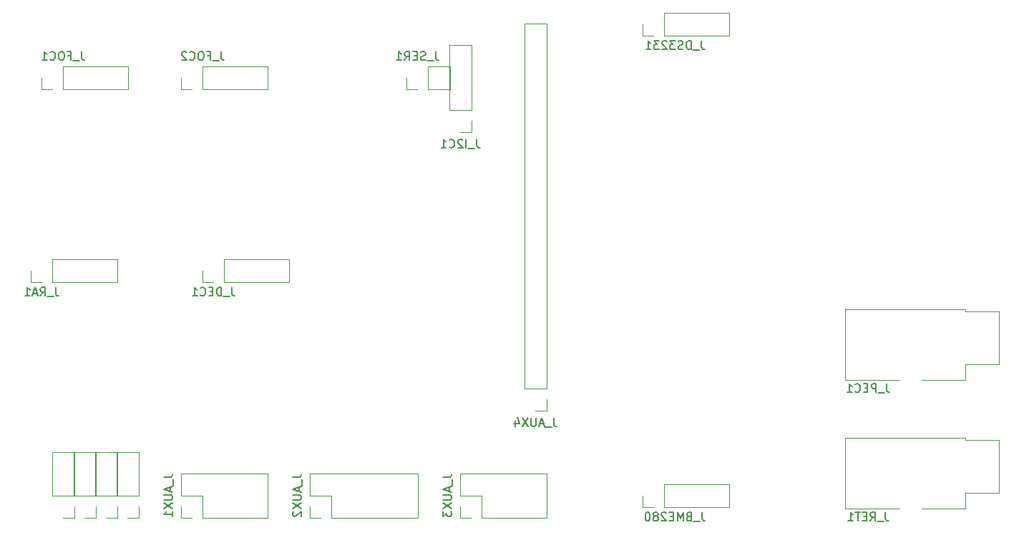
<source format=gbr>
G04 #@! TF.GenerationSoftware,KiCad,Pcbnew,5.1.5+dfsg1-2build2*
G04 #@! TF.CreationDate,2020-09-05T16:32:43+02:00*
G04 #@! TF.ProjectId,onstep-ramps-shield,6f6e7374-6570-42d7-9261-6d70732d7368,1*
G04 #@! TF.SameCoordinates,Original*
G04 #@! TF.FileFunction,Legend,Bot*
G04 #@! TF.FilePolarity,Positive*
%FSLAX46Y46*%
G04 Gerber Fmt 4.6, Leading zero omitted, Abs format (unit mm)*
G04 Created by KiCad (PCBNEW 5.1.5+dfsg1-2build2) date 2020-09-05 16:32:43*
%MOMM*%
%LPD*%
G04 APERTURE LIST*
%ADD10C,0.120000*%
%ADD11C,0.150000*%
%ADD12O,1.700000X1.700000*%
%ADD13R,1.700000X1.700000*%
%ADD14R,1.520000X1.520000*%
%ADD15C,3.250000*%
%ADD16C,1.520000*%
%ADD17O,1.800000X2.800000*%
%ADD18C,2.000000*%
%ADD19R,2.000000X2.000000*%
G04 APERTURE END LIST*
D10*
X142240000Y-71180000D02*
X143570000Y-71180000D01*
X143570000Y-71180000D02*
X143570000Y-69850000D01*
X143570000Y-68580000D02*
X143570000Y-60900000D01*
X140910000Y-60900000D02*
X143570000Y-60900000D01*
X140910000Y-68580000D02*
X140910000Y-60900000D01*
X140910000Y-68580000D02*
X143570000Y-68580000D01*
X163770000Y-58420000D02*
X163770000Y-59750000D01*
X163770000Y-59750000D02*
X165100000Y-59750000D01*
X166370000Y-59750000D02*
X174050000Y-59750000D01*
X174050000Y-57090000D02*
X174050000Y-59750000D01*
X166370000Y-57090000D02*
X174050000Y-57090000D01*
X166370000Y-57090000D02*
X166370000Y-59750000D01*
X163770000Y-114300000D02*
X163770000Y-115630000D01*
X163770000Y-115630000D02*
X165100000Y-115630000D01*
X166370000Y-115630000D02*
X174050000Y-115630000D01*
X174050000Y-112970000D02*
X174050000Y-115630000D01*
X166370000Y-112970000D02*
X174050000Y-112970000D01*
X166370000Y-112970000D02*
X166370000Y-115630000D01*
X102870000Y-116900000D02*
X104200000Y-116900000D01*
X104200000Y-116900000D02*
X104200000Y-115570000D01*
X104200000Y-114300000D02*
X104200000Y-109160000D01*
X101540000Y-109160000D02*
X104200000Y-109160000D01*
X101540000Y-114300000D02*
X101540000Y-109160000D01*
X101540000Y-114300000D02*
X104200000Y-114300000D01*
X100330000Y-116900000D02*
X101660000Y-116900000D01*
X101660000Y-116900000D02*
X101660000Y-115570000D01*
X101660000Y-114300000D02*
X101660000Y-109160000D01*
X99000000Y-109160000D02*
X101660000Y-109160000D01*
X99000000Y-114300000D02*
X99000000Y-109160000D01*
X99000000Y-114300000D02*
X101660000Y-114300000D01*
X97790000Y-116900000D02*
X99120000Y-116900000D01*
X99120000Y-116900000D02*
X99120000Y-115570000D01*
X99120000Y-114300000D02*
X99120000Y-109160000D01*
X96460000Y-109160000D02*
X99120000Y-109160000D01*
X96460000Y-114300000D02*
X96460000Y-109160000D01*
X96460000Y-114300000D02*
X99120000Y-114300000D01*
X95250000Y-116900000D02*
X96580000Y-116900000D01*
X96580000Y-116900000D02*
X96580000Y-115570000D01*
X96580000Y-114300000D02*
X96580000Y-109160000D01*
X93920000Y-109160000D02*
X96580000Y-109160000D01*
X93920000Y-114300000D02*
X93920000Y-109160000D01*
X93920000Y-114300000D02*
X96580000Y-114300000D01*
X135830000Y-64770000D02*
X135830000Y-66100000D01*
X135830000Y-66100000D02*
X137160000Y-66100000D01*
X138430000Y-66100000D02*
X141030000Y-66100000D01*
X141030000Y-63440000D02*
X141030000Y-66100000D01*
X138430000Y-63440000D02*
X141030000Y-63440000D01*
X138430000Y-63440000D02*
X138430000Y-66100000D01*
X91380000Y-87630000D02*
X91380000Y-88960000D01*
X91380000Y-88960000D02*
X92710000Y-88960000D01*
X93980000Y-88960000D02*
X101660000Y-88960000D01*
X101660000Y-86300000D02*
X101660000Y-88960000D01*
X93980000Y-86300000D02*
X101660000Y-86300000D01*
X93980000Y-86300000D02*
X93980000Y-88960000D01*
X109160000Y-64770000D02*
X109160000Y-66100000D01*
X109160000Y-66100000D02*
X110490000Y-66100000D01*
X111760000Y-66100000D02*
X119440000Y-66100000D01*
X119440000Y-63440000D02*
X119440000Y-66100000D01*
X111760000Y-63440000D02*
X119440000Y-63440000D01*
X111760000Y-63440000D02*
X111760000Y-66100000D01*
X92650000Y-64770000D02*
X92650000Y-66100000D01*
X92650000Y-66100000D02*
X93980000Y-66100000D01*
X95250000Y-66100000D02*
X102930000Y-66100000D01*
X102930000Y-63440000D02*
X102930000Y-66100000D01*
X95250000Y-63440000D02*
X102930000Y-63440000D01*
X95250000Y-63440000D02*
X95250000Y-66100000D01*
X111700000Y-87630000D02*
X111700000Y-88960000D01*
X111700000Y-88960000D02*
X113030000Y-88960000D01*
X114300000Y-88960000D02*
X121980000Y-88960000D01*
X121980000Y-86300000D02*
X121980000Y-88960000D01*
X114300000Y-86300000D02*
X121980000Y-86300000D01*
X114300000Y-86300000D02*
X114300000Y-88960000D01*
X142180000Y-115570000D02*
X142180000Y-116900000D01*
X142180000Y-116900000D02*
X143510000Y-116900000D01*
X142180000Y-114300000D02*
X144780000Y-114300000D01*
X144780000Y-114300000D02*
X144780000Y-116900000D01*
X144780000Y-116900000D02*
X152460000Y-116900000D01*
X152460000Y-111700000D02*
X152460000Y-116900000D01*
X142180000Y-111700000D02*
X152460000Y-111700000D01*
X142180000Y-111700000D02*
X142180000Y-114300000D01*
X124400000Y-115570000D02*
X124400000Y-116900000D01*
X124400000Y-116900000D02*
X125730000Y-116900000D01*
X124400000Y-114300000D02*
X127000000Y-114300000D01*
X127000000Y-114300000D02*
X127000000Y-116900000D01*
X127000000Y-116900000D02*
X137220000Y-116900000D01*
X137220000Y-111700000D02*
X137220000Y-116900000D01*
X124400000Y-111700000D02*
X137220000Y-111700000D01*
X124400000Y-111700000D02*
X124400000Y-114300000D01*
X109160000Y-115570000D02*
X109160000Y-116900000D01*
X109160000Y-116900000D02*
X110490000Y-116900000D01*
X109160000Y-114300000D02*
X111760000Y-114300000D01*
X111760000Y-114300000D02*
X111760000Y-116900000D01*
X111760000Y-116900000D02*
X119440000Y-116900000D01*
X119440000Y-111700000D02*
X119440000Y-116900000D01*
X109160000Y-111700000D02*
X119440000Y-111700000D01*
X109160000Y-111700000D02*
X109160000Y-114300000D01*
X151130000Y-104200000D02*
X152460000Y-104200000D01*
X152460000Y-104200000D02*
X152460000Y-102870000D01*
X152460000Y-101600000D02*
X152460000Y-58360000D01*
X149800000Y-58360000D02*
X152460000Y-58360000D01*
X149800000Y-101600000D02*
X149800000Y-58360000D01*
X149800000Y-101600000D02*
X152460000Y-101600000D01*
X201980000Y-98740000D02*
X205980000Y-98740000D01*
X201980000Y-100640000D02*
X201980000Y-98740000D01*
X187740000Y-100640000D02*
X201980000Y-100640000D01*
X187740000Y-92200000D02*
X187740000Y-100640000D01*
X201980000Y-92200000D02*
X187740000Y-92200000D01*
X201980000Y-92500000D02*
X201980000Y-92200000D01*
X205980000Y-92500000D02*
X201980000Y-92500000D01*
X205980000Y-98740000D02*
X205980000Y-92500000D01*
X201980000Y-113980000D02*
X205980000Y-113980000D01*
X201980000Y-115880000D02*
X201980000Y-113980000D01*
X187740000Y-115880000D02*
X201980000Y-115880000D01*
X187740000Y-107440000D02*
X187740000Y-115880000D01*
X201980000Y-107440000D02*
X187740000Y-107440000D01*
X201980000Y-107740000D02*
X201980000Y-107440000D01*
X205980000Y-107740000D02*
X201980000Y-107740000D01*
X205980000Y-113980000D02*
X205980000Y-107740000D01*
D11*
X144168571Y-72072380D02*
X144168571Y-72786666D01*
X144216190Y-72929523D01*
X144311428Y-73024761D01*
X144454285Y-73072380D01*
X144549523Y-73072380D01*
X143930476Y-73167619D02*
X143168571Y-73167619D01*
X142930476Y-73072380D02*
X142930476Y-72072380D01*
X142501904Y-72167619D02*
X142454285Y-72120000D01*
X142359047Y-72072380D01*
X142120952Y-72072380D01*
X142025714Y-72120000D01*
X141978095Y-72167619D01*
X141930476Y-72262857D01*
X141930476Y-72358095D01*
X141978095Y-72500952D01*
X142549523Y-73072380D01*
X141930476Y-73072380D01*
X140930476Y-72977142D02*
X140978095Y-73024761D01*
X141120952Y-73072380D01*
X141216190Y-73072380D01*
X141359047Y-73024761D01*
X141454285Y-72929523D01*
X141501904Y-72834285D01*
X141549523Y-72643809D01*
X141549523Y-72500952D01*
X141501904Y-72310476D01*
X141454285Y-72215238D01*
X141359047Y-72120000D01*
X141216190Y-72072380D01*
X141120952Y-72072380D01*
X140978095Y-72120000D01*
X140930476Y-72167619D01*
X139978095Y-73072380D02*
X140549523Y-73072380D01*
X140263809Y-73072380D02*
X140263809Y-72072380D01*
X140359047Y-72215238D01*
X140454285Y-72310476D01*
X140549523Y-72358095D01*
X170759047Y-60412380D02*
X170759047Y-61126666D01*
X170806666Y-61269523D01*
X170901904Y-61364761D01*
X171044761Y-61412380D01*
X171140000Y-61412380D01*
X170520952Y-61507619D02*
X169759047Y-61507619D01*
X169520952Y-61412380D02*
X169520952Y-60412380D01*
X169282857Y-60412380D01*
X169140000Y-60460000D01*
X169044761Y-60555238D01*
X168997142Y-60650476D01*
X168949523Y-60840952D01*
X168949523Y-60983809D01*
X168997142Y-61174285D01*
X169044761Y-61269523D01*
X169140000Y-61364761D01*
X169282857Y-61412380D01*
X169520952Y-61412380D01*
X168568571Y-61364761D02*
X168425714Y-61412380D01*
X168187619Y-61412380D01*
X168092380Y-61364761D01*
X168044761Y-61317142D01*
X167997142Y-61221904D01*
X167997142Y-61126666D01*
X168044761Y-61031428D01*
X168092380Y-60983809D01*
X168187619Y-60936190D01*
X168378095Y-60888571D01*
X168473333Y-60840952D01*
X168520952Y-60793333D01*
X168568571Y-60698095D01*
X168568571Y-60602857D01*
X168520952Y-60507619D01*
X168473333Y-60460000D01*
X168378095Y-60412380D01*
X168140000Y-60412380D01*
X167997142Y-60460000D01*
X167663809Y-60412380D02*
X167044761Y-60412380D01*
X167378095Y-60793333D01*
X167235238Y-60793333D01*
X167140000Y-60840952D01*
X167092380Y-60888571D01*
X167044761Y-60983809D01*
X167044761Y-61221904D01*
X167092380Y-61317142D01*
X167140000Y-61364761D01*
X167235238Y-61412380D01*
X167520952Y-61412380D01*
X167616190Y-61364761D01*
X167663809Y-61317142D01*
X166663809Y-60507619D02*
X166616190Y-60460000D01*
X166520952Y-60412380D01*
X166282857Y-60412380D01*
X166187619Y-60460000D01*
X166140000Y-60507619D01*
X166092380Y-60602857D01*
X166092380Y-60698095D01*
X166140000Y-60840952D01*
X166711428Y-61412380D01*
X166092380Y-61412380D01*
X165759047Y-60412380D02*
X165140000Y-60412380D01*
X165473333Y-60793333D01*
X165330476Y-60793333D01*
X165235238Y-60840952D01*
X165187619Y-60888571D01*
X165140000Y-60983809D01*
X165140000Y-61221904D01*
X165187619Y-61317142D01*
X165235238Y-61364761D01*
X165330476Y-61412380D01*
X165616190Y-61412380D01*
X165711428Y-61364761D01*
X165759047Y-61317142D01*
X164187619Y-61412380D02*
X164759047Y-61412380D01*
X164473333Y-61412380D02*
X164473333Y-60412380D01*
X164568571Y-60555238D01*
X164663809Y-60650476D01*
X164759047Y-60698095D01*
X170830476Y-116292380D02*
X170830476Y-117006666D01*
X170878095Y-117149523D01*
X170973333Y-117244761D01*
X171116190Y-117292380D01*
X171211428Y-117292380D01*
X170592380Y-117387619D02*
X169830476Y-117387619D01*
X169259047Y-116768571D02*
X169116190Y-116816190D01*
X169068571Y-116863809D01*
X169020952Y-116959047D01*
X169020952Y-117101904D01*
X169068571Y-117197142D01*
X169116190Y-117244761D01*
X169211428Y-117292380D01*
X169592380Y-117292380D01*
X169592380Y-116292380D01*
X169259047Y-116292380D01*
X169163809Y-116340000D01*
X169116190Y-116387619D01*
X169068571Y-116482857D01*
X169068571Y-116578095D01*
X169116190Y-116673333D01*
X169163809Y-116720952D01*
X169259047Y-116768571D01*
X169592380Y-116768571D01*
X168592380Y-117292380D02*
X168592380Y-116292380D01*
X168259047Y-117006666D01*
X167925714Y-116292380D01*
X167925714Y-117292380D01*
X167449523Y-116768571D02*
X167116190Y-116768571D01*
X166973333Y-117292380D02*
X167449523Y-117292380D01*
X167449523Y-116292380D01*
X166973333Y-116292380D01*
X166592380Y-116387619D02*
X166544761Y-116340000D01*
X166449523Y-116292380D01*
X166211428Y-116292380D01*
X166116190Y-116340000D01*
X166068571Y-116387619D01*
X166020952Y-116482857D01*
X166020952Y-116578095D01*
X166068571Y-116720952D01*
X166640000Y-117292380D01*
X166020952Y-117292380D01*
X165449523Y-116720952D02*
X165544761Y-116673333D01*
X165592380Y-116625714D01*
X165640000Y-116530476D01*
X165640000Y-116482857D01*
X165592380Y-116387619D01*
X165544761Y-116340000D01*
X165449523Y-116292380D01*
X165259047Y-116292380D01*
X165163809Y-116340000D01*
X165116190Y-116387619D01*
X165068571Y-116482857D01*
X165068571Y-116530476D01*
X165116190Y-116625714D01*
X165163809Y-116673333D01*
X165259047Y-116720952D01*
X165449523Y-116720952D01*
X165544761Y-116768571D01*
X165592380Y-116816190D01*
X165640000Y-116911428D01*
X165640000Y-117101904D01*
X165592380Y-117197142D01*
X165544761Y-117244761D01*
X165449523Y-117292380D01*
X165259047Y-117292380D01*
X165163809Y-117244761D01*
X165116190Y-117197142D01*
X165068571Y-117101904D01*
X165068571Y-116911428D01*
X165116190Y-116816190D01*
X165163809Y-116768571D01*
X165259047Y-116720952D01*
X164449523Y-116292380D02*
X164354285Y-116292380D01*
X164259047Y-116340000D01*
X164211428Y-116387619D01*
X164163809Y-116482857D01*
X164116190Y-116673333D01*
X164116190Y-116911428D01*
X164163809Y-117101904D01*
X164211428Y-117197142D01*
X164259047Y-117244761D01*
X164354285Y-117292380D01*
X164449523Y-117292380D01*
X164544761Y-117244761D01*
X164592380Y-117197142D01*
X164640000Y-117101904D01*
X164687619Y-116911428D01*
X164687619Y-116673333D01*
X164640000Y-116482857D01*
X164592380Y-116387619D01*
X164544761Y-116340000D01*
X164449523Y-116292380D01*
X139302857Y-61682380D02*
X139302857Y-62396666D01*
X139350476Y-62539523D01*
X139445714Y-62634761D01*
X139588571Y-62682380D01*
X139683809Y-62682380D01*
X139064761Y-62777619D02*
X138302857Y-62777619D01*
X138112380Y-62634761D02*
X137969523Y-62682380D01*
X137731428Y-62682380D01*
X137636190Y-62634761D01*
X137588571Y-62587142D01*
X137540952Y-62491904D01*
X137540952Y-62396666D01*
X137588571Y-62301428D01*
X137636190Y-62253809D01*
X137731428Y-62206190D01*
X137921904Y-62158571D01*
X138017142Y-62110952D01*
X138064761Y-62063333D01*
X138112380Y-61968095D01*
X138112380Y-61872857D01*
X138064761Y-61777619D01*
X138017142Y-61730000D01*
X137921904Y-61682380D01*
X137683809Y-61682380D01*
X137540952Y-61730000D01*
X137112380Y-62158571D02*
X136779047Y-62158571D01*
X136636190Y-62682380D02*
X137112380Y-62682380D01*
X137112380Y-61682380D01*
X136636190Y-61682380D01*
X135636190Y-62682380D02*
X135969523Y-62206190D01*
X136207619Y-62682380D02*
X136207619Y-61682380D01*
X135826666Y-61682380D01*
X135731428Y-61730000D01*
X135683809Y-61777619D01*
X135636190Y-61872857D01*
X135636190Y-62015714D01*
X135683809Y-62110952D01*
X135731428Y-62158571D01*
X135826666Y-62206190D01*
X136207619Y-62206190D01*
X134683809Y-62682380D02*
X135255238Y-62682380D01*
X134969523Y-62682380D02*
X134969523Y-61682380D01*
X135064761Y-61825238D01*
X135160000Y-61920476D01*
X135255238Y-61968095D01*
X94352857Y-89622380D02*
X94352857Y-90336666D01*
X94400476Y-90479523D01*
X94495714Y-90574761D01*
X94638571Y-90622380D01*
X94733809Y-90622380D01*
X94114761Y-90717619D02*
X93352857Y-90717619D01*
X92543333Y-90622380D02*
X92876666Y-90146190D01*
X93114761Y-90622380D02*
X93114761Y-89622380D01*
X92733809Y-89622380D01*
X92638571Y-89670000D01*
X92590952Y-89717619D01*
X92543333Y-89812857D01*
X92543333Y-89955714D01*
X92590952Y-90050952D01*
X92638571Y-90098571D01*
X92733809Y-90146190D01*
X93114761Y-90146190D01*
X92162380Y-90336666D02*
X91686190Y-90336666D01*
X92257619Y-90622380D02*
X91924285Y-89622380D01*
X91590952Y-90622380D01*
X90733809Y-90622380D02*
X91305238Y-90622380D01*
X91019523Y-90622380D02*
X91019523Y-89622380D01*
X91114761Y-89765238D01*
X91210000Y-89860476D01*
X91305238Y-89908095D01*
X113926666Y-61682380D02*
X113926666Y-62396666D01*
X113974285Y-62539523D01*
X114069523Y-62634761D01*
X114212380Y-62682380D01*
X114307619Y-62682380D01*
X113688571Y-62777619D02*
X112926666Y-62777619D01*
X112355238Y-62158571D02*
X112688571Y-62158571D01*
X112688571Y-62682380D02*
X112688571Y-61682380D01*
X112212380Y-61682380D01*
X111640952Y-61682380D02*
X111450476Y-61682380D01*
X111355238Y-61730000D01*
X111260000Y-61825238D01*
X111212380Y-62015714D01*
X111212380Y-62349047D01*
X111260000Y-62539523D01*
X111355238Y-62634761D01*
X111450476Y-62682380D01*
X111640952Y-62682380D01*
X111736190Y-62634761D01*
X111831428Y-62539523D01*
X111879047Y-62349047D01*
X111879047Y-62015714D01*
X111831428Y-61825238D01*
X111736190Y-61730000D01*
X111640952Y-61682380D01*
X110212380Y-62587142D02*
X110260000Y-62634761D01*
X110402857Y-62682380D01*
X110498095Y-62682380D01*
X110640952Y-62634761D01*
X110736190Y-62539523D01*
X110783809Y-62444285D01*
X110831428Y-62253809D01*
X110831428Y-62110952D01*
X110783809Y-61920476D01*
X110736190Y-61825238D01*
X110640952Y-61730000D01*
X110498095Y-61682380D01*
X110402857Y-61682380D01*
X110260000Y-61730000D01*
X110212380Y-61777619D01*
X109831428Y-61777619D02*
X109783809Y-61730000D01*
X109688571Y-61682380D01*
X109450476Y-61682380D01*
X109355238Y-61730000D01*
X109307619Y-61777619D01*
X109260000Y-61872857D01*
X109260000Y-61968095D01*
X109307619Y-62110952D01*
X109879047Y-62682380D01*
X109260000Y-62682380D01*
X97416666Y-61682380D02*
X97416666Y-62396666D01*
X97464285Y-62539523D01*
X97559523Y-62634761D01*
X97702380Y-62682380D01*
X97797619Y-62682380D01*
X97178571Y-62777619D02*
X96416666Y-62777619D01*
X95845238Y-62158571D02*
X96178571Y-62158571D01*
X96178571Y-62682380D02*
X96178571Y-61682380D01*
X95702380Y-61682380D01*
X95130952Y-61682380D02*
X94940476Y-61682380D01*
X94845238Y-61730000D01*
X94750000Y-61825238D01*
X94702380Y-62015714D01*
X94702380Y-62349047D01*
X94750000Y-62539523D01*
X94845238Y-62634761D01*
X94940476Y-62682380D01*
X95130952Y-62682380D01*
X95226190Y-62634761D01*
X95321428Y-62539523D01*
X95369047Y-62349047D01*
X95369047Y-62015714D01*
X95321428Y-61825238D01*
X95226190Y-61730000D01*
X95130952Y-61682380D01*
X93702380Y-62587142D02*
X93750000Y-62634761D01*
X93892857Y-62682380D01*
X93988095Y-62682380D01*
X94130952Y-62634761D01*
X94226190Y-62539523D01*
X94273809Y-62444285D01*
X94321428Y-62253809D01*
X94321428Y-62110952D01*
X94273809Y-61920476D01*
X94226190Y-61825238D01*
X94130952Y-61730000D01*
X93988095Y-61682380D01*
X93892857Y-61682380D01*
X93750000Y-61730000D01*
X93702380Y-61777619D01*
X92750000Y-62682380D02*
X93321428Y-62682380D01*
X93035714Y-62682380D02*
X93035714Y-61682380D01*
X93130952Y-61825238D01*
X93226190Y-61920476D01*
X93321428Y-61968095D01*
X115196666Y-89622380D02*
X115196666Y-90336666D01*
X115244285Y-90479523D01*
X115339523Y-90574761D01*
X115482380Y-90622380D01*
X115577619Y-90622380D01*
X114958571Y-90717619D02*
X114196666Y-90717619D01*
X113958571Y-90622380D02*
X113958571Y-89622380D01*
X113720476Y-89622380D01*
X113577619Y-89670000D01*
X113482380Y-89765238D01*
X113434761Y-89860476D01*
X113387142Y-90050952D01*
X113387142Y-90193809D01*
X113434761Y-90384285D01*
X113482380Y-90479523D01*
X113577619Y-90574761D01*
X113720476Y-90622380D01*
X113958571Y-90622380D01*
X112958571Y-90098571D02*
X112625238Y-90098571D01*
X112482380Y-90622380D02*
X112958571Y-90622380D01*
X112958571Y-89622380D01*
X112482380Y-89622380D01*
X111482380Y-90527142D02*
X111530000Y-90574761D01*
X111672857Y-90622380D01*
X111768095Y-90622380D01*
X111910952Y-90574761D01*
X112006190Y-90479523D01*
X112053809Y-90384285D01*
X112101428Y-90193809D01*
X112101428Y-90050952D01*
X112053809Y-89860476D01*
X112006190Y-89765238D01*
X111910952Y-89670000D01*
X111768095Y-89622380D01*
X111672857Y-89622380D01*
X111530000Y-89670000D01*
X111482380Y-89717619D01*
X110530000Y-90622380D02*
X111101428Y-90622380D01*
X110815714Y-90622380D02*
X110815714Y-89622380D01*
X110910952Y-89765238D01*
X111006190Y-89860476D01*
X111101428Y-89908095D01*
X140192380Y-112157142D02*
X140906666Y-112157142D01*
X141049523Y-112109523D01*
X141144761Y-112014285D01*
X141192380Y-111871428D01*
X141192380Y-111776190D01*
X141287619Y-112395238D02*
X141287619Y-113157142D01*
X140906666Y-113347619D02*
X140906666Y-113823809D01*
X141192380Y-113252380D02*
X140192380Y-113585714D01*
X141192380Y-113919047D01*
X140192380Y-114252380D02*
X141001904Y-114252380D01*
X141097142Y-114300000D01*
X141144761Y-114347619D01*
X141192380Y-114442857D01*
X141192380Y-114633333D01*
X141144761Y-114728571D01*
X141097142Y-114776190D01*
X141001904Y-114823809D01*
X140192380Y-114823809D01*
X140192380Y-115204761D02*
X141192380Y-115871428D01*
X140192380Y-115871428D02*
X141192380Y-115204761D01*
X140192380Y-116157142D02*
X140192380Y-116776190D01*
X140573333Y-116442857D01*
X140573333Y-116585714D01*
X140620952Y-116680952D01*
X140668571Y-116728571D01*
X140763809Y-116776190D01*
X141001904Y-116776190D01*
X141097142Y-116728571D01*
X141144761Y-116680952D01*
X141192380Y-116585714D01*
X141192380Y-116300000D01*
X141144761Y-116204761D01*
X141097142Y-116157142D01*
X122412380Y-112157142D02*
X123126666Y-112157142D01*
X123269523Y-112109523D01*
X123364761Y-112014285D01*
X123412380Y-111871428D01*
X123412380Y-111776190D01*
X123507619Y-112395238D02*
X123507619Y-113157142D01*
X123126666Y-113347619D02*
X123126666Y-113823809D01*
X123412380Y-113252380D02*
X122412380Y-113585714D01*
X123412380Y-113919047D01*
X122412380Y-114252380D02*
X123221904Y-114252380D01*
X123317142Y-114300000D01*
X123364761Y-114347619D01*
X123412380Y-114442857D01*
X123412380Y-114633333D01*
X123364761Y-114728571D01*
X123317142Y-114776190D01*
X123221904Y-114823809D01*
X122412380Y-114823809D01*
X122412380Y-115204761D02*
X123412380Y-115871428D01*
X122412380Y-115871428D02*
X123412380Y-115204761D01*
X122507619Y-116204761D02*
X122460000Y-116252380D01*
X122412380Y-116347619D01*
X122412380Y-116585714D01*
X122460000Y-116680952D01*
X122507619Y-116728571D01*
X122602857Y-116776190D01*
X122698095Y-116776190D01*
X122840952Y-116728571D01*
X123412380Y-116157142D01*
X123412380Y-116776190D01*
X107172380Y-112157142D02*
X107886666Y-112157142D01*
X108029523Y-112109523D01*
X108124761Y-112014285D01*
X108172380Y-111871428D01*
X108172380Y-111776190D01*
X108267619Y-112395238D02*
X108267619Y-113157142D01*
X107886666Y-113347619D02*
X107886666Y-113823809D01*
X108172380Y-113252380D02*
X107172380Y-113585714D01*
X108172380Y-113919047D01*
X107172380Y-114252380D02*
X107981904Y-114252380D01*
X108077142Y-114300000D01*
X108124761Y-114347619D01*
X108172380Y-114442857D01*
X108172380Y-114633333D01*
X108124761Y-114728571D01*
X108077142Y-114776190D01*
X107981904Y-114823809D01*
X107172380Y-114823809D01*
X107172380Y-115204761D02*
X108172380Y-115871428D01*
X107172380Y-115871428D02*
X108172380Y-115204761D01*
X108172380Y-116776190D02*
X108172380Y-116204761D01*
X108172380Y-116490476D02*
X107172380Y-116490476D01*
X107315238Y-116395238D01*
X107410476Y-116300000D01*
X107458095Y-116204761D01*
X153272857Y-105092380D02*
X153272857Y-105806666D01*
X153320476Y-105949523D01*
X153415714Y-106044761D01*
X153558571Y-106092380D01*
X153653809Y-106092380D01*
X153034761Y-106187619D02*
X152272857Y-106187619D01*
X152082380Y-105806666D02*
X151606190Y-105806666D01*
X152177619Y-106092380D02*
X151844285Y-105092380D01*
X151510952Y-106092380D01*
X151177619Y-105092380D02*
X151177619Y-105901904D01*
X151130000Y-105997142D01*
X151082380Y-106044761D01*
X150987142Y-106092380D01*
X150796666Y-106092380D01*
X150701428Y-106044761D01*
X150653809Y-105997142D01*
X150606190Y-105901904D01*
X150606190Y-105092380D01*
X150225238Y-105092380D02*
X149558571Y-106092380D01*
X149558571Y-105092380D02*
X150225238Y-106092380D01*
X148749047Y-105425714D02*
X148749047Y-106092380D01*
X148987142Y-105044761D02*
X149225238Y-105759047D01*
X148606190Y-105759047D01*
X192666666Y-101052380D02*
X192666666Y-101766666D01*
X192714285Y-101909523D01*
X192809523Y-102004761D01*
X192952380Y-102052380D01*
X193047619Y-102052380D01*
X192428571Y-102147619D02*
X191666666Y-102147619D01*
X191428571Y-102052380D02*
X191428571Y-101052380D01*
X191047619Y-101052380D01*
X190952380Y-101100000D01*
X190904761Y-101147619D01*
X190857142Y-101242857D01*
X190857142Y-101385714D01*
X190904761Y-101480952D01*
X190952380Y-101528571D01*
X191047619Y-101576190D01*
X191428571Y-101576190D01*
X190428571Y-101528571D02*
X190095238Y-101528571D01*
X189952380Y-102052380D02*
X190428571Y-102052380D01*
X190428571Y-101052380D01*
X189952380Y-101052380D01*
X188952380Y-101957142D02*
X189000000Y-102004761D01*
X189142857Y-102052380D01*
X189238095Y-102052380D01*
X189380952Y-102004761D01*
X189476190Y-101909523D01*
X189523809Y-101814285D01*
X189571428Y-101623809D01*
X189571428Y-101480952D01*
X189523809Y-101290476D01*
X189476190Y-101195238D01*
X189380952Y-101100000D01*
X189238095Y-101052380D01*
X189142857Y-101052380D01*
X189000000Y-101100000D01*
X188952380Y-101147619D01*
X188000000Y-102052380D02*
X188571428Y-102052380D01*
X188285714Y-102052380D02*
X188285714Y-101052380D01*
X188380952Y-101195238D01*
X188476190Y-101290476D01*
X188571428Y-101338095D01*
X192547619Y-116292380D02*
X192547619Y-117006666D01*
X192595238Y-117149523D01*
X192690476Y-117244761D01*
X192833333Y-117292380D01*
X192928571Y-117292380D01*
X192309523Y-117387619D02*
X191547619Y-117387619D01*
X190738095Y-117292380D02*
X191071428Y-116816190D01*
X191309523Y-117292380D02*
X191309523Y-116292380D01*
X190928571Y-116292380D01*
X190833333Y-116340000D01*
X190785714Y-116387619D01*
X190738095Y-116482857D01*
X190738095Y-116625714D01*
X190785714Y-116720952D01*
X190833333Y-116768571D01*
X190928571Y-116816190D01*
X191309523Y-116816190D01*
X190309523Y-116768571D02*
X189976190Y-116768571D01*
X189833333Y-117292380D02*
X190309523Y-117292380D01*
X190309523Y-116292380D01*
X189833333Y-116292380D01*
X189547619Y-116292380D02*
X188976190Y-116292380D01*
X189261904Y-117292380D02*
X189261904Y-116292380D01*
X188119047Y-117292380D02*
X188690476Y-117292380D01*
X188404761Y-117292380D02*
X188404761Y-116292380D01*
X188500000Y-116435238D01*
X188595238Y-116530476D01*
X188690476Y-116578095D01*
%LPC*%
D12*
X142240000Y-62230000D03*
X142240000Y-64770000D03*
X142240000Y-67310000D03*
D13*
X142240000Y-69850000D03*
D12*
X172720000Y-54610000D03*
X170180000Y-54610000D03*
X167640000Y-54610000D03*
D13*
X165100000Y-54610000D03*
D12*
X172720000Y-58420000D03*
X170180000Y-58420000D03*
X167640000Y-58420000D03*
D13*
X165100000Y-58420000D03*
D12*
X172720000Y-114300000D03*
X170180000Y-114300000D03*
X167640000Y-114300000D03*
D13*
X165100000Y-114300000D03*
D12*
X102870000Y-110490000D03*
X102870000Y-113030000D03*
D13*
X102870000Y-115570000D03*
D12*
X100330000Y-110490000D03*
X100330000Y-113030000D03*
D13*
X100330000Y-115570000D03*
D12*
X97790000Y-110490000D03*
X97790000Y-113030000D03*
D13*
X97790000Y-115570000D03*
D12*
X95250000Y-110490000D03*
X95250000Y-113030000D03*
D13*
X95250000Y-115570000D03*
D12*
X139700000Y-64770000D03*
D13*
X137160000Y-64770000D03*
D12*
X100330000Y-87630000D03*
X97790000Y-87630000D03*
X95250000Y-87630000D03*
D13*
X92710000Y-87630000D03*
D12*
X118110000Y-64770000D03*
X115570000Y-64770000D03*
X113030000Y-64770000D03*
D13*
X110490000Y-64770000D03*
D12*
X101600000Y-64770000D03*
X99060000Y-64770000D03*
X96520000Y-64770000D03*
D13*
X93980000Y-64770000D03*
D12*
X120650000Y-87630000D03*
X118110000Y-87630000D03*
X115570000Y-87630000D03*
D13*
X113030000Y-87630000D03*
D12*
X151130000Y-113030000D03*
X151130000Y-115570000D03*
X148590000Y-113030000D03*
X148590000Y-115570000D03*
X146050000Y-113030000D03*
X146050000Y-115570000D03*
X143510000Y-113030000D03*
D13*
X143510000Y-115570000D03*
D12*
X135890000Y-113030000D03*
X135890000Y-115570000D03*
X133350000Y-113030000D03*
X133350000Y-115570000D03*
X130810000Y-113030000D03*
X130810000Y-115570000D03*
X128270000Y-113030000D03*
X128270000Y-115570000D03*
X125730000Y-113030000D03*
D13*
X125730000Y-115570000D03*
D12*
X118110000Y-113030000D03*
X118110000Y-115570000D03*
X115570000Y-113030000D03*
X115570000Y-115570000D03*
X113030000Y-113030000D03*
X113030000Y-115570000D03*
X110490000Y-113030000D03*
D13*
X110490000Y-115570000D03*
D12*
X151130000Y-59690000D03*
X151130000Y-62230000D03*
X151130000Y-64770000D03*
X151130000Y-67310000D03*
X151130000Y-69850000D03*
X151130000Y-72390000D03*
X151130000Y-74930000D03*
X151130000Y-77470000D03*
X151130000Y-80010000D03*
X151130000Y-82550000D03*
X151130000Y-85090000D03*
X151130000Y-87630000D03*
X151130000Y-90170000D03*
X151130000Y-92710000D03*
X151130000Y-95250000D03*
X151130000Y-97790000D03*
X151130000Y-100330000D03*
D13*
X151130000Y-102870000D03*
D14*
X186690000Y-113030000D03*
D15*
X195580000Y-114940000D03*
D16*
X189230000Y-111760000D03*
X186690000Y-110490000D03*
X189230000Y-109220000D03*
X186690000Y-107950000D03*
X189230000Y-106680000D03*
D15*
X195580000Y-104780000D03*
D17*
X192760000Y-94520000D03*
X198260000Y-94520000D03*
X200660000Y-96520000D03*
X192760000Y-109760000D03*
X198260000Y-109760000D03*
X200660000Y-111760000D03*
D14*
X186690000Y-82550000D03*
D15*
X195580000Y-84460000D03*
D16*
X189230000Y-81280000D03*
X186690000Y-80010000D03*
X189230000Y-78740000D03*
X186690000Y-77470000D03*
X189230000Y-76200000D03*
D15*
X195580000Y-74300000D03*
D14*
X186690000Y-67310000D03*
D15*
X195580000Y-69220000D03*
D16*
X189230000Y-66040000D03*
X186690000Y-64770000D03*
X189230000Y-63500000D03*
X186690000Y-62230000D03*
X189230000Y-60960000D03*
D15*
X195580000Y-59060000D03*
D14*
X186690000Y-97790000D03*
D15*
X195580000Y-99700000D03*
D16*
X189230000Y-96520000D03*
X186690000Y-95250000D03*
X189230000Y-93980000D03*
X186690000Y-92710000D03*
X189230000Y-91440000D03*
D15*
X195580000Y-89540000D03*
D18*
X140970000Y-100350000D03*
D19*
X140970000Y-107950000D03*
M02*

</source>
